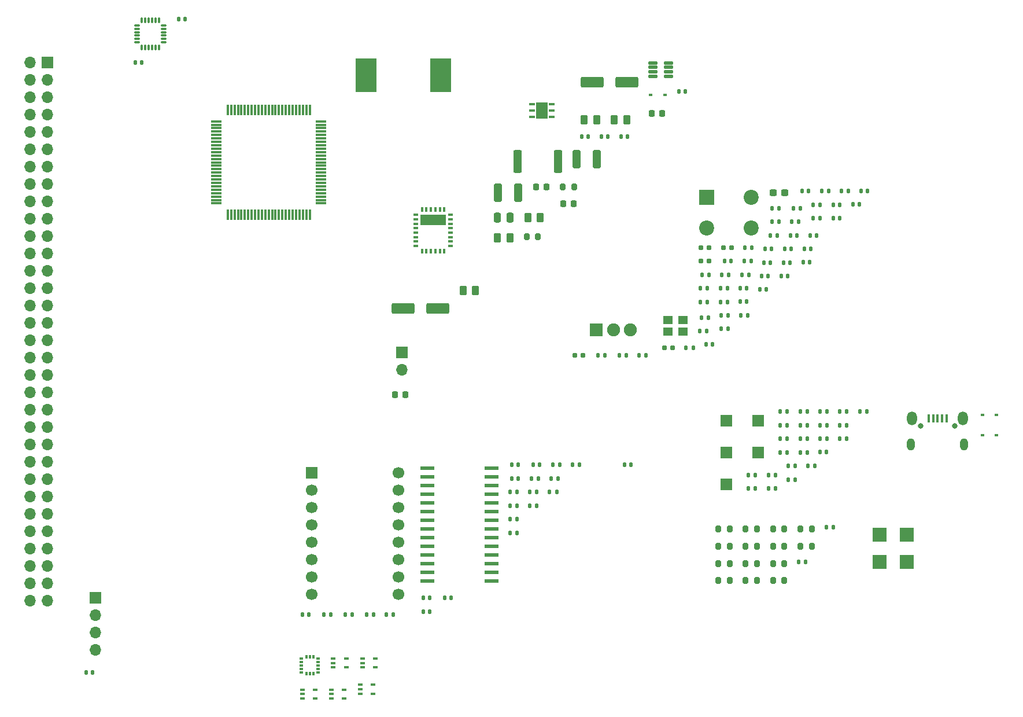
<source format=gbr>
%TF.GenerationSoftware,KiCad,Pcbnew,6.0.7+dfsg-1build1*%
%TF.CreationDate,2022-11-02T19:08:18-04:00*%
%TF.ProjectId,Fc,46632e6b-6963-4616-945f-706362585858,rev?*%
%TF.SameCoordinates,Original*%
%TF.FileFunction,Soldermask,Top*%
%TF.FilePolarity,Negative*%
%FSLAX46Y46*%
G04 Gerber Fmt 4.6, Leading zero omitted, Abs format (unit mm)*
G04 Created by KiCad (PCBNEW 6.0.7+dfsg-1build1) date 2022-11-02 19:08:18*
%MOMM*%
%LPD*%
G01*
G04 APERTURE LIST*
G04 Aperture macros list*
%AMRoundRect*
0 Rectangle with rounded corners*
0 $1 Rounding radius*
0 $2 $3 $4 $5 $6 $7 $8 $9 X,Y pos of 4 corners*
0 Add a 4 corners polygon primitive as box body*
4,1,4,$2,$3,$4,$5,$6,$7,$8,$9,$2,$3,0*
0 Add four circle primitives for the rounded corners*
1,1,$1+$1,$2,$3*
1,1,$1+$1,$4,$5*
1,1,$1+$1,$6,$7*
1,1,$1+$1,$8,$9*
0 Add four rect primitives between the rounded corners*
20,1,$1+$1,$2,$3,$4,$5,0*
20,1,$1+$1,$4,$5,$6,$7,0*
20,1,$1+$1,$6,$7,$8,$9,0*
20,1,$1+$1,$8,$9,$2,$3,0*%
G04 Aperture macros list end*
%ADD10R,2.000000X2.000000*%
%ADD11RoundRect,0.200000X-0.200000X-0.275000X0.200000X-0.275000X0.200000X0.275000X-0.200000X0.275000X0*%
%ADD12RoundRect,0.135000X-0.135000X-0.185000X0.135000X-0.185000X0.135000X0.185000X-0.135000X0.185000X0*%
%ADD13O,0.800000X0.800000*%
%ADD14R,0.450000X1.300000*%
%ADD15O,1.450000X2.000000*%
%ADD16O,1.150000X1.800000*%
%ADD17R,1.700000X1.700000*%
%ADD18R,0.600000X0.450000*%
%ADD19RoundRect,0.140000X-0.140000X-0.170000X0.140000X-0.170000X0.140000X0.170000X-0.140000X0.170000X0*%
%ADD20C,1.700000*%
%ADD21R,0.650000X0.400000*%
%ADD22R,2.000000X0.600000*%
%ADD23RoundRect,0.087500X-0.187500X-0.087500X0.187500X-0.087500X0.187500X0.087500X-0.187500X0.087500X0*%
%ADD24RoundRect,0.087500X-0.087500X-0.187500X0.087500X-0.187500X0.087500X0.187500X-0.087500X0.187500X0*%
%ADD25RoundRect,0.147500X-0.147500X-0.172500X0.147500X-0.172500X0.147500X0.172500X-0.147500X0.172500X0*%
%ADD26RoundRect,0.250000X-1.412500X-0.550000X1.412500X-0.550000X1.412500X0.550000X-1.412500X0.550000X0*%
%ADD27R,1.900000X1.900000*%
%ADD28C,1.900000*%
%ADD29RoundRect,0.218750X-0.218750X-0.256250X0.218750X-0.256250X0.218750X0.256250X-0.218750X0.256250X0*%
%ADD30RoundRect,0.250000X-0.362500X-1.425000X0.362500X-1.425000X0.362500X1.425000X-0.362500X1.425000X0*%
%ADD31O,1.700000X1.700000*%
%ADD32RoundRect,0.237500X-0.300000X-0.237500X0.300000X-0.237500X0.300000X0.237500X-0.300000X0.237500X0*%
%ADD33RoundRect,0.250000X-0.262500X-0.450000X0.262500X-0.450000X0.262500X0.450000X-0.262500X0.450000X0*%
%ADD34RoundRect,0.250000X-0.325000X-1.100000X0.325000X-1.100000X0.325000X1.100000X-0.325000X1.100000X0*%
%ADD35RoundRect,0.125000X-0.537500X-0.125000X0.537500X-0.125000X0.537500X0.125000X-0.537500X0.125000X0*%
%ADD36R,2.200000X2.200000*%
%ADD37C,2.200000*%
%ADD38R,3.098800X5.003800*%
%ADD39R,0.704800X0.299974*%
%ADD40R,0.299974X0.704800*%
%ADD41R,3.700000X1.600000*%
%ADD42RoundRect,0.225000X-0.225000X-0.250000X0.225000X-0.250000X0.225000X0.250000X-0.225000X0.250000X0*%
%ADD43R,1.400000X1.200000*%
%ADD44RoundRect,0.160000X-0.197500X-0.160000X0.197500X-0.160000X0.197500X0.160000X-0.197500X0.160000X0*%
%ADD45RoundRect,0.075000X-0.350000X-0.075000X0.350000X-0.075000X0.350000X0.075000X-0.350000X0.075000X0*%
%ADD46RoundRect,0.075000X0.075000X-0.350000X0.075000X0.350000X-0.075000X0.350000X-0.075000X-0.350000X0*%
%ADD47RoundRect,0.250000X-0.250000X-0.475000X0.250000X-0.475000X0.250000X0.475000X-0.250000X0.475000X0*%
%ADD48RoundRect,0.075000X-0.725000X-0.075000X0.725000X-0.075000X0.725000X0.075000X-0.725000X0.075000X0*%
%ADD49RoundRect,0.075000X-0.075000X-0.725000X0.075000X-0.725000X0.075000X0.725000X-0.075000X0.725000X0*%
%ADD50R,0.807999X0.407200*%
%ADD51R,1.752600X2.489200*%
G04 APERTURE END LIST*
D10*
%TO.C,TP4*%
X168145000Y-120480000D03*
%TD*%
%TO.C,TP3*%
X172195000Y-124530000D03*
%TD*%
%TO.C,TP2*%
X168145000Y-124530000D03*
%TD*%
%TO.C,TP1*%
X172195000Y-120480000D03*
%TD*%
D11*
%TO.C,R31*%
X148570000Y-124730000D03*
X150220000Y-124730000D03*
%TD*%
%TO.C,R30*%
X152580000Y-127240000D03*
X154230000Y-127240000D03*
%TD*%
%TO.C,R29*%
X144560000Y-122220000D03*
X146210000Y-122220000D03*
%TD*%
%TO.C,R20*%
X152580000Y-124730000D03*
X154230000Y-124730000D03*
%TD*%
%TO.C,R19*%
X148570000Y-122220000D03*
X150220000Y-122220000D03*
%TD*%
%TO.C,R18*%
X144560000Y-127240000D03*
X146210000Y-127240000D03*
%TD*%
%TO.C,R17*%
X156590000Y-119710000D03*
X158240000Y-119710000D03*
%TD*%
%TO.C,R16*%
X148570000Y-119710000D03*
X150220000Y-119710000D03*
%TD*%
%TO.C,R15*%
X156590000Y-122220000D03*
X158240000Y-122220000D03*
%TD*%
%TO.C,R14*%
X148570000Y-127240000D03*
X150220000Y-127240000D03*
%TD*%
%TO.C,R13*%
X144560000Y-124730000D03*
X146210000Y-124730000D03*
%TD*%
%TO.C,R12*%
X152580000Y-122220000D03*
X154230000Y-122220000D03*
%TD*%
%TO.C,R11*%
X152580000Y-119710000D03*
X154230000Y-119710000D03*
%TD*%
%TO.C,R10*%
X144560000Y-119710000D03*
X146210000Y-119710000D03*
%TD*%
D12*
%TO.C,R9*%
X160365000Y-119450000D03*
X161385000Y-119450000D03*
%TD*%
%TO.C,R4T5*%
X165265000Y-102490000D03*
X166285000Y-102490000D03*
%TD*%
%TO.C,R4T4*%
X156535000Y-106470000D03*
X157555000Y-106470000D03*
%TD*%
%TO.C,R4T3*%
X151885000Y-111790000D03*
X152905000Y-111790000D03*
%TD*%
%TO.C,R4T2*%
X153625000Y-104480000D03*
X154645000Y-104480000D03*
%TD*%
%TO.C,R4T1*%
X156535000Y-104480000D03*
X157555000Y-104480000D03*
%TD*%
%TO.C,R3T5*%
X154795000Y-112440000D03*
X155815000Y-112440000D03*
%TD*%
%TO.C,R3T4*%
X153625000Y-108460000D03*
X154645000Y-108460000D03*
%TD*%
%TO.C,R3T3*%
X148975000Y-111790000D03*
X149995000Y-111790000D03*
%TD*%
%TO.C,R3T2*%
X162355000Y-104480000D03*
X163375000Y-104480000D03*
%TD*%
%TO.C,R3T1*%
X156535000Y-102490000D03*
X157555000Y-102490000D03*
%TD*%
%TO.C,R2T5*%
X148975000Y-113780000D03*
X149995000Y-113780000D03*
%TD*%
%TO.C,R2T4*%
X151885000Y-113780000D03*
X152905000Y-113780000D03*
%TD*%
%TO.C,R2T3*%
X156535000Y-108460000D03*
X157555000Y-108460000D03*
%TD*%
%TO.C,R2T2*%
X162355000Y-102490000D03*
X163375000Y-102490000D03*
%TD*%
%TO.C,R2T1*%
X153625000Y-106470000D03*
X154645000Y-106470000D03*
%TD*%
%TO.C,R1T5*%
X159445000Y-104480000D03*
X160465000Y-104480000D03*
%TD*%
%TO.C,R1T4*%
X159445000Y-102490000D03*
X160465000Y-102490000D03*
%TD*%
%TO.C,R1T3*%
X154795000Y-110450000D03*
X155815000Y-110450000D03*
%TD*%
%TO.C,R1T2*%
X153625000Y-102490000D03*
X154645000Y-102490000D03*
%TD*%
%TO.C,R1T1*%
X159445000Y-106470000D03*
X160465000Y-106470000D03*
%TD*%
D13*
%TO.C,J8*%
X174165000Y-104560000D03*
X179165000Y-104560000D03*
D14*
X175365000Y-103460000D03*
X176015000Y-103460000D03*
X176665000Y-103460000D03*
X177315000Y-103460000D03*
X177965000Y-103460000D03*
D15*
X172940000Y-103510000D03*
X180390000Y-103510000D03*
D16*
X172790000Y-107310000D03*
X180540000Y-107310000D03*
%TD*%
D17*
%TO.C,J7*%
X145705000Y-108470000D03*
%TD*%
%TO.C,J6*%
X150355000Y-103820000D03*
%TD*%
%TO.C,J5*%
X145705000Y-103820000D03*
%TD*%
%TO.C,J4*%
X145705000Y-113120000D03*
%TD*%
%TO.C,J3*%
X150355000Y-108470000D03*
%TD*%
D18*
%TO.C,D5*%
X183215000Y-105920000D03*
X185315000Y-105920000D03*
%TD*%
%TO.C,D4*%
X183215000Y-102970000D03*
X185315000Y-102970000D03*
%TD*%
D19*
%TO.C,C35*%
X162365000Y-106460000D03*
X163325000Y-106460000D03*
%TD*%
%TO.C,C16*%
X157715000Y-110440000D03*
X158675000Y-110440000D03*
%TD*%
%TO.C,C15*%
X159455000Y-108450000D03*
X160415000Y-108450000D03*
%TD*%
%TO.C,C10*%
X156365000Y-124460000D03*
X157325000Y-124460000D03*
%TD*%
D17*
%TO.C,U10*%
X85035000Y-111435000D03*
D20*
X85035000Y-113975000D03*
X85035000Y-116515000D03*
X85035000Y-119055000D03*
X85035000Y-121595000D03*
X85035000Y-124135000D03*
X85035000Y-126675000D03*
X85035000Y-129215000D03*
X97735000Y-129215000D03*
X97735000Y-126675000D03*
X97735000Y-124135000D03*
X97735000Y-121595000D03*
X97735000Y-119055000D03*
X97735000Y-116515000D03*
X97735000Y-113975000D03*
X97735000Y-111435000D03*
%TD*%
D21*
%TO.C,U9*%
X92450000Y-138640000D03*
X92450000Y-139290000D03*
X92450000Y-139940000D03*
X94350000Y-139940000D03*
X94350000Y-138640000D03*
%TD*%
%TO.C,U8*%
X88200000Y-138640000D03*
X88200000Y-139290000D03*
X88200000Y-139940000D03*
X90100000Y-139940000D03*
X90100000Y-138640000D03*
%TD*%
%TO.C,U7*%
X83650000Y-143190000D03*
X83650000Y-143840000D03*
X83650000Y-144490000D03*
X85550000Y-144490000D03*
X85550000Y-143190000D03*
%TD*%
%TO.C,U6*%
X87900000Y-143190000D03*
X87900000Y-143840000D03*
X87900000Y-144490000D03*
X89800000Y-144490000D03*
X89800000Y-143190000D03*
%TD*%
%TO.C,U5*%
X92150000Y-142490000D03*
X92150000Y-143140000D03*
X92150000Y-143790000D03*
X94050000Y-143790000D03*
X94050000Y-142490000D03*
%TD*%
D22*
%TO.C,U4*%
X101930000Y-110795000D03*
X101930000Y-112065000D03*
X101930000Y-113335000D03*
X101930000Y-114605000D03*
X101930000Y-115875000D03*
X101930000Y-117145000D03*
X101930000Y-118415000D03*
X101930000Y-119685000D03*
X101930000Y-120955000D03*
X101930000Y-122225000D03*
X101930000Y-123495000D03*
X101930000Y-124765000D03*
X101930000Y-126035000D03*
X101930000Y-127305000D03*
X111330000Y-127305000D03*
X111330000Y-126035000D03*
X111330000Y-124765000D03*
X111330000Y-123495000D03*
X111330000Y-122225000D03*
X111330000Y-120955000D03*
X111330000Y-119685000D03*
X111330000Y-118415000D03*
X111330000Y-117145000D03*
X111330000Y-115875000D03*
X111330000Y-114605000D03*
X111330000Y-113335000D03*
X111330000Y-112065000D03*
X111330000Y-110795000D03*
%TD*%
D23*
%TO.C,U3*%
X83525000Y-138640000D03*
X83525000Y-139140000D03*
X83525000Y-139640000D03*
X83525000Y-140140000D03*
X83525000Y-140640000D03*
D24*
X84250000Y-140865000D03*
X84750000Y-140865000D03*
X85250000Y-140865000D03*
D23*
X85975000Y-140640000D03*
X85975000Y-140140000D03*
X85975000Y-139640000D03*
X85975000Y-139140000D03*
X85975000Y-138640000D03*
D24*
X85250000Y-138415000D03*
X84750000Y-138415000D03*
X84250000Y-138415000D03*
%TD*%
D12*
%TO.C,R43*%
X116960000Y-114290000D03*
X117980000Y-114290000D03*
%TD*%
%TO.C,R42*%
X117190000Y-112300000D03*
X118210000Y-112300000D03*
%TD*%
%TO.C,R41*%
X120100000Y-112300000D03*
X121120000Y-112300000D03*
%TD*%
%TO.C,R40*%
X119870000Y-114290000D03*
X120890000Y-114290000D03*
%TD*%
%TO.C,R39*%
X120330000Y-110310000D03*
X121350000Y-110310000D03*
%TD*%
%TO.C,R38*%
X114050000Y-118270000D03*
X115070000Y-118270000D03*
%TD*%
%TO.C,R37*%
X123240000Y-110310000D03*
X124260000Y-110310000D03*
%TD*%
%TO.C,R36*%
X114050000Y-114290000D03*
X115070000Y-114290000D03*
%TD*%
%TO.C,R35*%
X114050000Y-116280000D03*
X115070000Y-116280000D03*
%TD*%
%TO.C,R34*%
X116960000Y-116280000D03*
X117980000Y-116280000D03*
%TD*%
%TO.C,R33*%
X95980000Y-132190000D03*
X97000000Y-132190000D03*
%TD*%
%TO.C,R32*%
X114050000Y-120260000D03*
X115070000Y-120260000D03*
%TD*%
D25*
%TO.C,PWR1*%
X83680000Y-132190000D03*
X84650000Y-132190000D03*
%TD*%
%TO.C,NAV1*%
X89960000Y-132190000D03*
X90930000Y-132190000D03*
%TD*%
%TO.C,MT4*%
X101360000Y-129780000D03*
X102330000Y-129780000D03*
%TD*%
%TO.C,MT3*%
X104500000Y-129780000D03*
X105470000Y-129780000D03*
%TD*%
%TO.C,MT2*%
X114310000Y-110310000D03*
X115280000Y-110310000D03*
%TD*%
%TO.C,MT1*%
X101360000Y-131770000D03*
X102330000Y-131770000D03*
%TD*%
%TO.C,GOAL1*%
X93100000Y-132190000D03*
X94070000Y-132190000D03*
%TD*%
%TO.C,FATAL1*%
X86820000Y-132190000D03*
X87790000Y-132190000D03*
%TD*%
%TO.C,ESCT1*%
X117450000Y-110310000D03*
X118420000Y-110310000D03*
%TD*%
%TO.C,D2*%
X114310000Y-112300000D03*
X115280000Y-112300000D03*
%TD*%
D19*
%TO.C,C9*%
X130850000Y-110300000D03*
X131810000Y-110300000D03*
%TD*%
D26*
%TO.C,C33*%
X126062500Y-54300000D03*
X131137500Y-54300000D03*
%TD*%
D19*
%TO.C,C7*%
X162605000Y-70230000D03*
X163565000Y-70230000D03*
%TD*%
D27*
%TO.C,S2*%
X126705000Y-90510000D03*
D28*
X129205000Y-90510000D03*
X131705000Y-90510000D03*
%TD*%
D12*
%TO.C,R2*%
X158475000Y-74220000D03*
X159495000Y-74220000D03*
%TD*%
D29*
%TO.C,5VPWR1*%
X117842500Y-69660000D03*
X119417500Y-69660000D03*
%TD*%
D30*
%TO.C,R22*%
X115177500Y-65920000D03*
X121102500Y-65920000D03*
%TD*%
D12*
%TO.C,R16*%
X141945000Y-86450000D03*
X142965000Y-86450000D03*
%TD*%
D17*
%TO.C,RPI_UART1*%
X53390000Y-129790000D03*
D31*
X53390000Y-132330000D03*
X53390000Y-134870000D03*
X53390000Y-137410000D03*
%TD*%
D19*
%TO.C,C6*%
X147875000Y-88390000D03*
X148835000Y-88390000D03*
%TD*%
D32*
%TO.C,C1*%
X152562500Y-70500000D03*
X154287500Y-70500000D03*
%TD*%
D33*
%TO.C,R21*%
X116677500Y-74090000D03*
X118502500Y-74090000D03*
%TD*%
D34*
%TO.C,C26*%
X123835000Y-65600000D03*
X126785000Y-65600000D03*
%TD*%
D35*
%TO.C,U2*%
X135012500Y-51475000D03*
X135012500Y-52125000D03*
X135012500Y-52775000D03*
X135012500Y-53425000D03*
X137287500Y-53425000D03*
X137287500Y-52775000D03*
X137287500Y-52125000D03*
X137287500Y-51475000D03*
%TD*%
D12*
%TO.C,R15*%
X144855000Y-84460000D03*
X145875000Y-84460000D03*
%TD*%
D19*
%TO.C,C19*%
X145005000Y-90400000D03*
X145965000Y-90400000D03*
%TD*%
D33*
%TO.C,R25*%
X107197500Y-84830000D03*
X109022500Y-84830000D03*
%TD*%
D12*
%TO.C,R1*%
X144855000Y-86450000D03*
X145875000Y-86450000D03*
%TD*%
D36*
%TO.C,S1*%
X142875000Y-71120000D03*
D37*
X149375000Y-71120000D03*
X142875000Y-75620000D03*
X149375000Y-75620000D03*
%TD*%
D38*
%TO.C,L1*%
X92974401Y-53314600D03*
X103875599Y-53314600D03*
%TD*%
D19*
%TO.C,C10*%
X142775000Y-92680000D03*
X143735000Y-92680000D03*
%TD*%
D12*
%TO.C,R10*%
X158475000Y-72230000D03*
X159495000Y-72230000D03*
%TD*%
D19*
%TO.C,C21*%
X147775000Y-84450000D03*
X148735000Y-84450000D03*
%TD*%
%TO.C,C8*%
X150645000Y-84640000D03*
X151605000Y-84640000D03*
%TD*%
%TO.C,C20*%
X156995000Y-80680000D03*
X157955000Y-80680000D03*
%TD*%
D25*
%TO.C,D1*%
X152455000Y-74740000D03*
X153425000Y-74740000D03*
%TD*%
D12*
%TO.C,R11*%
X148445000Y-78490000D03*
X149465000Y-78490000D03*
%TD*%
D39*
%TO.C,REG2*%
X100261000Y-73728402D03*
X100261000Y-74378400D03*
X100261000Y-75028402D03*
X100261000Y-75678400D03*
X100261000Y-76328402D03*
X100261000Y-76978400D03*
X100261000Y-77628402D03*
X100261000Y-78278400D03*
D40*
X101188399Y-79055800D03*
X101838401Y-79055800D03*
X102488399Y-79055800D03*
X103138401Y-79055800D03*
X103788399Y-79055800D03*
X104438401Y-79055800D03*
D39*
X105365800Y-78278400D03*
X105365800Y-77628402D03*
X105365800Y-76978400D03*
X105365800Y-76328402D03*
X105365800Y-75678400D03*
X105365800Y-75028402D03*
X105365800Y-74378400D03*
X105365800Y-73728402D03*
D40*
X104438401Y-72951002D03*
X103788399Y-72951002D03*
X103138401Y-72951002D03*
X102488399Y-72951002D03*
X101838401Y-72951002D03*
X101188399Y-72951002D03*
D41*
X102813400Y-74453401D03*
%TD*%
D42*
%TO.C,C28*%
X121865000Y-72130000D03*
X123415000Y-72130000D03*
%TD*%
D43*
%TO.C,25MHz1*%
X137185000Y-90810000D03*
X139385000Y-90810000D03*
X139385000Y-89110000D03*
X137185000Y-89110000D03*
%TD*%
D18*
%TO.C,D3*%
X134650000Y-56150000D03*
X136750000Y-56150000D03*
%TD*%
D12*
%TO.C,R18*%
X145085000Y-82470000D03*
X146105000Y-82470000D03*
%TD*%
D25*
%TO.C,FATAL1*%
X130105000Y-94280000D03*
X131075000Y-94280000D03*
%TD*%
D44*
%TO.C,R3*%
X123537500Y-94280000D03*
X124732500Y-94280000D03*
%TD*%
%TO.C,R4*%
X136687500Y-93180000D03*
X137882500Y-93180000D03*
%TD*%
D12*
%TO.C,R13*%
X132985000Y-94280000D03*
X134005000Y-94280000D03*
%TD*%
D25*
%TO.C,WD1*%
X152455000Y-72750000D03*
X153425000Y-72750000D03*
%TD*%
D19*
%TO.C,C15*%
X52020000Y-140700000D03*
X52980000Y-140700000D03*
%TD*%
D44*
%TO.C,R7*%
X142027500Y-78490000D03*
X143222500Y-78490000D03*
%TD*%
D19*
%TO.C,C12*%
X147775000Y-86420000D03*
X148735000Y-86420000D03*
%TD*%
D44*
%TO.C,R5*%
X145277500Y-78490000D03*
X146472500Y-78490000D03*
%TD*%
D11*
%TO.C,R28*%
X116525000Y-76880000D03*
X118175000Y-76880000D03*
%TD*%
D34*
%TO.C,C34*%
X112285000Y-70490000D03*
X115235000Y-70490000D03*
%TD*%
D45*
%TO.C,U3*%
X59440000Y-45990000D03*
X59440000Y-46490000D03*
X59440000Y-46990000D03*
X59440000Y-47490000D03*
X59440000Y-47990000D03*
X59440000Y-48490000D03*
D46*
X60140000Y-49190000D03*
X60640000Y-49190000D03*
X61140000Y-49190000D03*
X61640000Y-49190000D03*
X62140000Y-49190000D03*
X62640000Y-49190000D03*
D45*
X63340000Y-48490000D03*
X63340000Y-47990000D03*
X63340000Y-47490000D03*
X63340000Y-46990000D03*
X63340000Y-46490000D03*
X63340000Y-45990000D03*
D46*
X62640000Y-45290000D03*
X62140000Y-45290000D03*
X61640000Y-45290000D03*
X61140000Y-45290000D03*
X60640000Y-45290000D03*
X60140000Y-45290000D03*
%TD*%
D12*
%TO.C,R14*%
X139855000Y-93180000D03*
X140875000Y-93180000D03*
%TD*%
D29*
%TO.C,LED1*%
X97212500Y-100000000D03*
X98787500Y-100000000D03*
%TD*%
D47*
%TO.C,C32*%
X112210000Y-74120000D03*
X114110000Y-74120000D03*
%TD*%
D12*
%TO.C,R8*%
X159685000Y-70240000D03*
X160705000Y-70240000D03*
%TD*%
D48*
%TO.C,U1*%
X71065000Y-60040000D03*
X71065000Y-60540000D03*
X71065000Y-61040000D03*
X71065000Y-61540000D03*
X71065000Y-62040000D03*
X71065000Y-62540000D03*
X71065000Y-63040000D03*
X71065000Y-63540000D03*
X71065000Y-64040000D03*
X71065000Y-64540000D03*
X71065000Y-65040000D03*
X71065000Y-65540000D03*
X71065000Y-66040000D03*
X71065000Y-66540000D03*
X71065000Y-67040000D03*
X71065000Y-67540000D03*
X71065000Y-68040000D03*
X71065000Y-68540000D03*
X71065000Y-69040000D03*
X71065000Y-69540000D03*
X71065000Y-70040000D03*
X71065000Y-70540000D03*
X71065000Y-71040000D03*
X71065000Y-71540000D03*
X71065000Y-72040000D03*
D49*
X72740000Y-73715000D03*
X73240000Y-73715000D03*
X73740000Y-73715000D03*
X74240000Y-73715000D03*
X74740000Y-73715000D03*
X75240000Y-73715000D03*
X75740000Y-73715000D03*
X76240000Y-73715000D03*
X76740000Y-73715000D03*
X77240000Y-73715000D03*
X77740000Y-73715000D03*
X78240000Y-73715000D03*
X78740000Y-73715000D03*
X79240000Y-73715000D03*
X79740000Y-73715000D03*
X80240000Y-73715000D03*
X80740000Y-73715000D03*
X81240000Y-73715000D03*
X81740000Y-73715000D03*
X82240000Y-73715000D03*
X82740000Y-73715000D03*
X83240000Y-73715000D03*
X83740000Y-73715000D03*
X84240000Y-73715000D03*
X84740000Y-73715000D03*
D48*
X86415000Y-72040000D03*
X86415000Y-71540000D03*
X86415000Y-71040000D03*
X86415000Y-70540000D03*
X86415000Y-70040000D03*
X86415000Y-69540000D03*
X86415000Y-69040000D03*
X86415000Y-68540000D03*
X86415000Y-68040000D03*
X86415000Y-67540000D03*
X86415000Y-67040000D03*
X86415000Y-66540000D03*
X86415000Y-66040000D03*
X86415000Y-65540000D03*
X86415000Y-65040000D03*
X86415000Y-64540000D03*
X86415000Y-64040000D03*
X86415000Y-63540000D03*
X86415000Y-63040000D03*
X86415000Y-62540000D03*
X86415000Y-62040000D03*
X86415000Y-61540000D03*
X86415000Y-61040000D03*
X86415000Y-60540000D03*
X86415000Y-60040000D03*
D49*
X84740000Y-58365000D03*
X84240000Y-58365000D03*
X83740000Y-58365000D03*
X83240000Y-58365000D03*
X82740000Y-58365000D03*
X82240000Y-58365000D03*
X81740000Y-58365000D03*
X81240000Y-58365000D03*
X80740000Y-58365000D03*
X80240000Y-58365000D03*
X79740000Y-58365000D03*
X79240000Y-58365000D03*
X78740000Y-58365000D03*
X78240000Y-58365000D03*
X77740000Y-58365000D03*
X77240000Y-58365000D03*
X76740000Y-58365000D03*
X76240000Y-58365000D03*
X75740000Y-58365000D03*
X75240000Y-58365000D03*
X74740000Y-58365000D03*
X74240000Y-58365000D03*
X73740000Y-58365000D03*
X73240000Y-58365000D03*
X72740000Y-58365000D03*
%TD*%
D12*
%TO.C,R17*%
X152195000Y-76730000D03*
X153215000Y-76730000D03*
%TD*%
D19*
%TO.C,C30*%
X130320000Y-62310000D03*
X131280000Y-62310000D03*
%TD*%
D33*
%TO.C,R26*%
X129327500Y-59850000D03*
X131152500Y-59850000D03*
%TD*%
D19*
%TO.C,C16*%
X65520000Y-45050000D03*
X66480000Y-45050000D03*
%TD*%
%TO.C,CV2*%
X165475000Y-70230000D03*
X166435000Y-70230000D03*
%TD*%
%TO.C,C27*%
X138780000Y-55660000D03*
X139740000Y-55660000D03*
%TD*%
D25*
%TO.C,GOAL1*%
X156805000Y-70240000D03*
X157775000Y-70240000D03*
%TD*%
D33*
%TO.C,R24*%
X124917500Y-59850000D03*
X126742500Y-59850000D03*
%TD*%
D19*
%TO.C,C23*%
X141865000Y-90710000D03*
X142825000Y-90710000D03*
%TD*%
%TO.C,C17*%
X161395000Y-74190000D03*
X162355000Y-74190000D03*
%TD*%
D42*
%TO.C,C24*%
X134805000Y-58880000D03*
X136355000Y-58880000D03*
%TD*%
D11*
%TO.C,R23*%
X121815000Y-69620000D03*
X123465000Y-69620000D03*
%TD*%
D19*
%TO.C,C31*%
X124580000Y-62310000D03*
X125540000Y-62310000D03*
%TD*%
%TO.C,C14*%
X154125000Y-80700000D03*
X155085000Y-80700000D03*
%TD*%
D25*
%TO.C,FB1*%
X151380000Y-78720000D03*
X152350000Y-78720000D03*
%TD*%
D19*
%TO.C,C5*%
X157985000Y-76720000D03*
X158945000Y-76720000D03*
%TD*%
D12*
%TO.C,R19*%
X147995000Y-82470000D03*
X149015000Y-82470000D03*
%TD*%
D25*
%TO.C,PWR1*%
X142115000Y-88730000D03*
X143085000Y-88730000D03*
%TD*%
D19*
%TO.C,CV1*%
X153785000Y-82670000D03*
X154745000Y-82670000D03*
%TD*%
D12*
%TO.C,R20*%
X141945000Y-84460000D03*
X142965000Y-84460000D03*
%TD*%
D19*
%TO.C,C4*%
X155115000Y-76720000D03*
X156075000Y-76720000D03*
%TD*%
%TO.C,C29*%
X127450000Y-62310000D03*
X128410000Y-62310000D03*
%TD*%
D25*
%TO.C,BOOT1*%
X126965000Y-94280000D03*
X127935000Y-94280000D03*
%TD*%
D26*
%TO.C,C25*%
X98392500Y-87430000D03*
X103467500Y-87430000D03*
%TD*%
D19*
%TO.C,C11*%
X150915000Y-82670000D03*
X151875000Y-82670000D03*
%TD*%
D25*
%TO.C,NAV1*%
X155595000Y-72750000D03*
X156565000Y-72750000D03*
%TD*%
%TO.C,WD2*%
X145455000Y-80480000D03*
X146425000Y-80480000D03*
%TD*%
D19*
%TO.C,C2*%
X164265000Y-72200000D03*
X165225000Y-72200000D03*
%TD*%
D44*
%TO.C,R6*%
X142027500Y-80480000D03*
X143222500Y-80480000D03*
%TD*%
D12*
%TO.C,R9*%
X155335000Y-74740000D03*
X156355000Y-74740000D03*
%TD*%
D19*
%TO.C,C9*%
X154275000Y-78710000D03*
X155235000Y-78710000D03*
%TD*%
D50*
%TO.C,REG1*%
X117266000Y-57505999D03*
X117266000Y-58456000D03*
X117266000Y-59406001D03*
X120156800Y-59406001D03*
X120156800Y-58456000D03*
X120156800Y-57505999D03*
D51*
X118711400Y-58456000D03*
%TD*%
D19*
%TO.C,C13*%
X161395000Y-72220000D03*
X162355000Y-72220000D03*
%TD*%
D17*
%TO.C,J1*%
X98280000Y-93830000D03*
D31*
X98280000Y-96370000D03*
%TD*%
D25*
%TO.C,D2*%
X142205000Y-82470000D03*
X143175000Y-82470000D03*
%TD*%
D19*
%TO.C,C22*%
X151255000Y-80700000D03*
X152215000Y-80700000D03*
%TD*%
D12*
%TO.C,R12*%
X148335000Y-80480000D03*
X149355000Y-80480000D03*
%TD*%
D19*
%TO.C,C3*%
X157145000Y-78690000D03*
X158105000Y-78690000D03*
%TD*%
%TO.C,C36*%
X59170000Y-51400000D03*
X60130000Y-51400000D03*
%TD*%
%TO.C,C18*%
X145005000Y-88430000D03*
X145965000Y-88430000D03*
%TD*%
D17*
%TO.C,J2*%
X46355000Y-51435000D03*
D31*
X43815000Y-51435000D03*
X46355000Y-53975000D03*
X43815000Y-53975000D03*
X46355000Y-56515000D03*
X43815000Y-56515000D03*
X46355000Y-59055000D03*
X43815000Y-59055000D03*
X46355000Y-61595000D03*
X43815000Y-61595000D03*
X46355000Y-64135000D03*
X43815000Y-64135000D03*
X46355000Y-66675000D03*
X43815000Y-66675000D03*
X46355000Y-69215000D03*
X43815000Y-69215000D03*
X46355000Y-71755000D03*
X43815000Y-71755000D03*
X46355000Y-74295000D03*
X43815000Y-74295000D03*
X46355000Y-76835000D03*
X43815000Y-76835000D03*
X46355000Y-79375000D03*
X43815000Y-79375000D03*
X46355000Y-81915000D03*
X43815000Y-81915000D03*
X46355000Y-84455000D03*
X43815000Y-84455000D03*
X46355000Y-86995000D03*
X43815000Y-86995000D03*
X46355000Y-89535000D03*
X43815000Y-89535000D03*
X46355000Y-92075000D03*
X43815000Y-92075000D03*
X46355000Y-94615000D03*
X43815000Y-94615000D03*
X46355000Y-97155000D03*
X43815000Y-97155000D03*
X46355000Y-99695000D03*
X43815000Y-99695000D03*
X46355000Y-102235000D03*
X43815000Y-102235000D03*
X46355000Y-104775000D03*
X43815000Y-104775000D03*
X46355000Y-107315000D03*
X43815000Y-107315000D03*
X46355000Y-109855000D03*
X43815000Y-109855000D03*
X46355000Y-112395000D03*
X43815000Y-112395000D03*
X46355000Y-114935000D03*
X43815000Y-114935000D03*
X46355000Y-117475000D03*
X43815000Y-117475000D03*
X46355000Y-120015000D03*
X43815000Y-120015000D03*
X46355000Y-122555000D03*
X43815000Y-122555000D03*
X46355000Y-125095000D03*
X43815000Y-125095000D03*
X46355000Y-127635000D03*
X43815000Y-127635000D03*
X46355000Y-130175000D03*
X43815000Y-130175000D03*
%TD*%
D33*
%TO.C,R27*%
X112227500Y-77100000D03*
X114052500Y-77100000D03*
%TD*%
M02*

</source>
